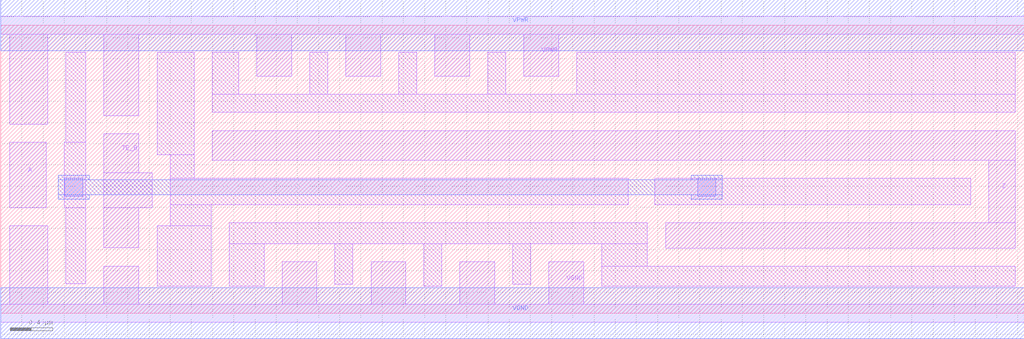
<source format=lef>
# Copyright 2020 The SkyWater PDK Authors
#
# Licensed under the Apache License, Version 2.0 (the "License");
# you may not use this file except in compliance with the License.
# You may obtain a copy of the License at
#
#     https://www.apache.org/licenses/LICENSE-2.0
#
# Unless required by applicable law or agreed to in writing, software
# distributed under the License is distributed on an "AS IS" BASIS,
# WITHOUT WARRANTIES OR CONDITIONS OF ANY KIND, either express or implied.
# See the License for the specific language governing permissions and
# limitations under the License.
#
# SPDX-License-Identifier: Apache-2.0

VERSION 5.5 ;
NAMESCASESENSITIVE ON ;
BUSBITCHARS "[]" ;
DIVIDERCHAR "/" ;
MACRO sky130_fd_sc_hd__ebufn_8
  CLASS CORE ;
  SOURCE USER ;
  ORIGIN  0.000000  0.000000 ;
  SIZE  9.660000 BY  2.720000 ;
  SYMMETRY X Y R90 ;
  SITE unithd ;
  PIN A
    ANTENNAGATEAREA  0.495000 ;
    DIRECTION INPUT ;
    USE SIGNAL ;
    PORT
      LAYER li1 ;
        RECT 0.085000 0.995000 0.430000 1.615000 ;
    END
  END A
  PIN TE_B
    ANTENNAGATEAREA  1.375500 ;
    DIRECTION INPUT ;
    USE SIGNAL ;
    PORT
      LAYER li1 ;
        RECT 0.970000 0.620000 1.305000 0.995000 ;
        RECT 0.970000 0.995000 1.430000 1.325000 ;
        RECT 0.970000 1.325000 1.305000 1.695000 ;
    END
  END TE_B
  PIN Z
    ANTENNADIFFAREA  1.782000 ;
    DIRECTION OUTPUT ;
    USE SIGNAL ;
    PORT
      LAYER li1 ;
        RECT 1.995000 1.445000 9.575000 1.725000 ;
        RECT 6.275000 0.615000 9.575000 0.855000 ;
        RECT 9.325000 0.855000 9.575000 1.445000 ;
    END
  END Z
  PIN VGND
    DIRECTION INOUT ;
    SHAPE ABUTMENT ;
    USE GROUND ;
    PORT
      LAYER li1 ;
        RECT 0.000000 -0.085000 9.660000 0.085000 ;
        RECT 0.085000  0.085000 0.445000 0.825000 ;
        RECT 0.970000  0.085000 1.305000 0.445000 ;
        RECT 2.655000  0.085000 2.985000 0.485000 ;
        RECT 3.495000  0.085000 3.825000 0.485000 ;
        RECT 4.335000  0.085000 4.665000 0.485000 ;
        RECT 5.175000  0.085000 5.505000 0.485000 ;
    END
    PORT
      LAYER met1 ;
        RECT 0.000000 -0.240000 9.660000 0.240000 ;
    END
  END VGND
  PIN VPWR
    DIRECTION INOUT ;
    SHAPE ABUTMENT ;
    USE POWER ;
    PORT
      LAYER li1 ;
        RECT 0.000000 2.635000 9.660000 2.805000 ;
        RECT 0.085000 1.785000 0.445000 2.635000 ;
        RECT 0.970000 1.865000 1.305000 2.635000 ;
        RECT 2.415000 2.235000 2.745000 2.635000 ;
        RECT 3.255000 2.235000 3.585000 2.635000 ;
        RECT 4.095000 2.235000 4.425000 2.635000 ;
        RECT 4.935000 2.235000 5.265000 2.635000 ;
    END
    PORT
      LAYER met1 ;
        RECT 0.000000 2.480000 9.660000 2.960000 ;
    END
  END VPWR
  OBS
    LAYER li1 ;
      RECT 0.600000 0.995000 0.800000 1.615000 ;
      RECT 0.615000 0.280000 0.800000 0.995000 ;
      RECT 0.615000 1.615000 0.800000 2.465000 ;
      RECT 1.475000 0.255000 1.985000 0.825000 ;
      RECT 1.475000 1.495000 1.825000 2.465000 ;
      RECT 1.600000 0.825000 1.985000 1.025000 ;
      RECT 1.600000 1.025000 5.925000 1.275000 ;
      RECT 1.600000 1.275000 1.825000 1.495000 ;
      RECT 1.995000 1.895000 9.575000 2.065000 ;
      RECT 1.995000 2.065000 2.245000 2.465000 ;
      RECT 2.155000 0.255000 2.485000 0.655000 ;
      RECT 2.155000 0.655000 6.105000 0.855000 ;
      RECT 2.915000 2.065000 3.085000 2.465000 ;
      RECT 3.155000 0.275000 3.325000 0.655000 ;
      RECT 3.755000 2.065000 3.925000 2.465000 ;
      RECT 3.995000 0.255000 4.165000 0.655000 ;
      RECT 4.595000 2.065000 4.765000 2.465000 ;
      RECT 4.835000 0.275000 5.005000 0.655000 ;
      RECT 5.435000 2.065000 9.575000 2.465000 ;
      RECT 5.675000 0.255000 9.575000 0.445000 ;
      RECT 5.675000 0.445000 6.105000 0.655000 ;
      RECT 6.175000 1.025000 9.155000 1.275000 ;
    LAYER mcon ;
      RECT 0.605000 1.105000 0.775000 1.275000 ;
      RECT 6.580000 1.105000 6.750000 1.275000 ;
    LAYER met1 ;
      RECT 0.545000 1.075000 0.835000 1.120000 ;
      RECT 0.545000 1.120000 6.810000 1.260000 ;
      RECT 0.545000 1.260000 0.835000 1.305000 ;
      RECT 6.520000 1.075000 6.810000 1.120000 ;
      RECT 6.520000 1.260000 6.810000 1.305000 ;
  END
END sky130_fd_sc_hd__ebufn_8

</source>
